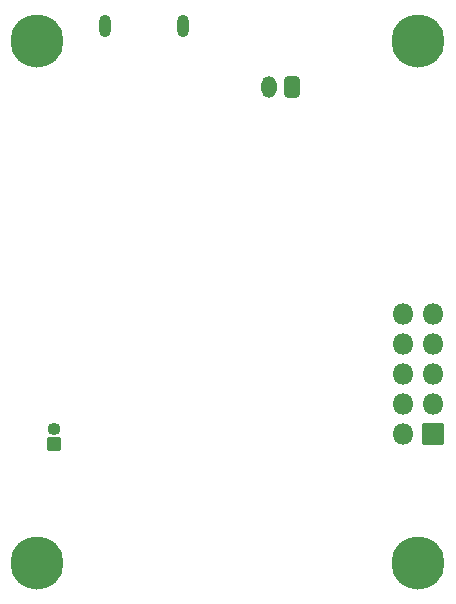
<source format=gbs>
G04 #@! TF.GenerationSoftware,KiCad,Pcbnew,(6.0.10)*
G04 #@! TF.CreationDate,2023-03-04T03:17:20-05:00*
G04 #@! TF.ProjectId,SmartWatch,536d6172-7457-4617-9463-682e6b696361,rev?*
G04 #@! TF.SameCoordinates,Original*
G04 #@! TF.FileFunction,Soldermask,Bot*
G04 #@! TF.FilePolarity,Negative*
%FSLAX46Y46*%
G04 Gerber Fmt 4.6, Leading zero omitted, Abs format (unit mm)*
G04 Created by KiCad (PCBNEW (6.0.10)) date 2023-03-04 03:17:20*
%MOMM*%
%LPD*%
G01*
G04 APERTURE LIST*
G04 Aperture macros list*
%AMRoundRect*
0 Rectangle with rounded corners*
0 $1 Rounding radius*
0 $2 $3 $4 $5 $6 $7 $8 $9 X,Y pos of 4 corners*
0 Add a 4 corners polygon primitive as box body*
4,1,4,$2,$3,$4,$5,$6,$7,$8,$9,$2,$3,0*
0 Add four circle primitives for the rounded corners*
1,1,$1+$1,$2,$3*
1,1,$1+$1,$4,$5*
1,1,$1+$1,$6,$7*
1,1,$1+$1,$8,$9*
0 Add four rect primitives between the rounded corners*
20,1,$1+$1,$2,$3,$4,$5,0*
20,1,$1+$1,$4,$5,$6,$7,0*
20,1,$1+$1,$6,$7,$8,$9,0*
20,1,$1+$1,$8,$9,$2,$3,0*%
G04 Aperture macros list end*
%ADD10RoundRect,0.050800X0.850000X0.850000X-0.850000X0.850000X-0.850000X-0.850000X0.850000X-0.850000X0*%
%ADD11O,1.801600X1.801600*%
%ADD12C,4.501600*%
%ADD13C,0.601600*%
%ADD14O,1.001600X1.901600*%
%ADD15RoundRect,0.050800X0.500000X0.500000X-0.500000X0.500000X-0.500000X-0.500000X0.500000X-0.500000X0*%
%ADD16O,1.101600X1.101600*%
%ADD17RoundRect,0.300800X0.350000X0.625000X-0.350000X0.625000X-0.350000X-0.625000X0.350000X-0.625000X0*%
%ADD18O,1.301600X1.851600*%
G04 APERTURE END LIST*
D10*
X105100000Y-96000000D03*
D11*
X102560000Y-96000000D03*
X105100000Y-93460000D03*
X102560000Y-93460000D03*
X105100000Y-90920000D03*
X102560000Y-90920000D03*
X105100000Y-88380000D03*
X102560000Y-88380000D03*
X105100000Y-85840000D03*
X102560000Y-85840000D03*
D12*
X103886000Y-62738000D03*
D13*
X83926000Y-61468000D03*
X77326000Y-61468000D03*
D14*
X83926000Y-61468000D03*
X77326000Y-61468000D03*
D15*
X73010000Y-96860000D03*
D16*
X73010000Y-95590000D03*
D17*
X93202000Y-66654000D03*
D18*
X91202000Y-66654000D03*
D12*
X71628000Y-62738000D03*
X103886000Y-106934000D03*
X71628000Y-106934000D03*
M02*

</source>
